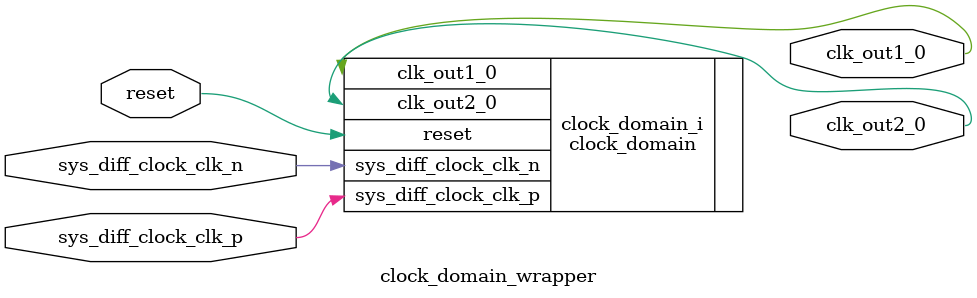
<source format=v>
`timescale 1 ps / 1 ps

module clock_domain_wrapper
   (clk_out1_0,
    clk_out2_0,
    reset,
    sys_diff_clock_clk_n,
    sys_diff_clock_clk_p);
  output clk_out1_0;
  output clk_out2_0;
  input reset;
  input sys_diff_clock_clk_n;
  input sys_diff_clock_clk_p;

  wire clk_out1_0;
  wire clk_out2_0;
  wire reset;
  wire sys_diff_clock_clk_n;
  wire sys_diff_clock_clk_p;

  clock_domain clock_domain_i
       (.clk_out1_0(clk_out1_0),
        .clk_out2_0(clk_out2_0),
        .reset(reset),
        .sys_diff_clock_clk_n(sys_diff_clock_clk_n),
        .sys_diff_clock_clk_p(sys_diff_clock_clk_p));
endmodule

</source>
